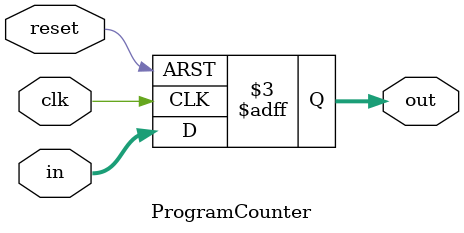
<source format=v>
module ProgramCounter(clk, reset, in, out);

	input clk, reset;
	input [31:0] in;
	output reg [31:0] out;
	
	initial out = 32'd0;
	
	always @(posedge clk or posedge reset) begin
		
		if (reset) begin
			out <= 32'd0;
		end
		else begin
			out <= in; //out + 4;
		end
			
	end

endmodule

</source>
